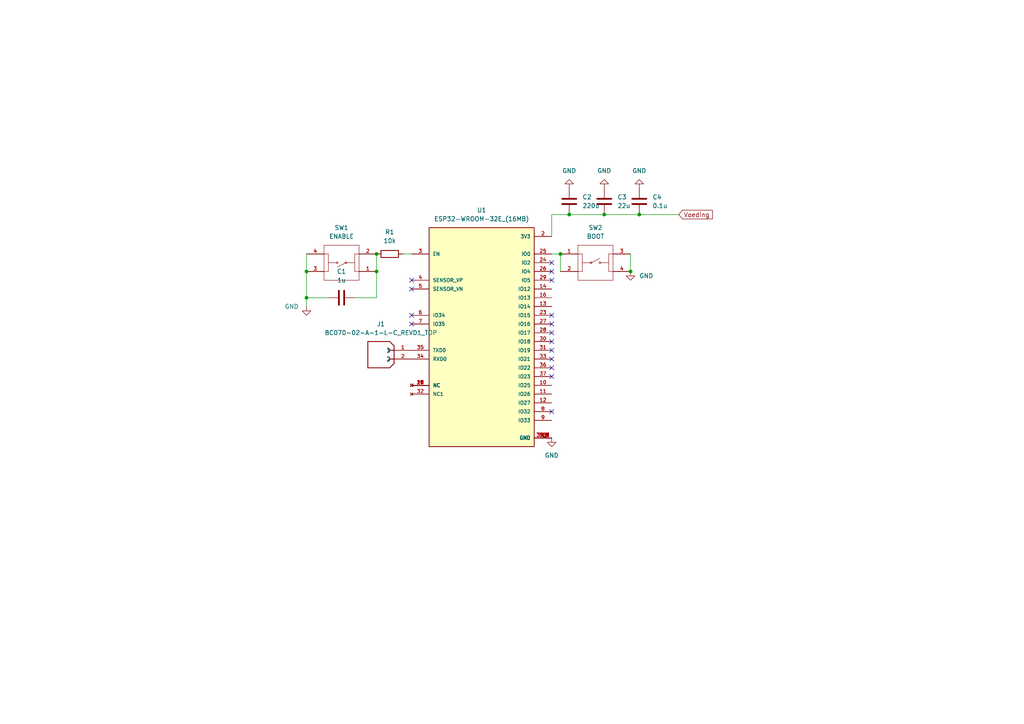
<source format=kicad_sch>
(kicad_sch (version 20211123) (generator eeschema)
  (paper "A4")
  (lib_symbols
    (symbol "1825910-6:1825910-6" (pin_names (offset 1.016) hide)
      (property "Reference" "SW" (at -5.08 5.842 0))
      (property "Value" "1825910-6" (at -5.08 -7.62 0))
      (symbol "1825910-6_0_0"
        (circle (center -1.27 0) (radius 0.254) (stroke (width 0.127)))
        (polyline (pts (xy -5.08 -5.08) (xy 5.08 -5.08)) (stroke (width 0.127)))
        (polyline (pts (xy -5.08 -2.54) (xy -5.08 -5.08)) (stroke (width 0.127)))
        (polyline (pts (xy -5.08 2.54) (xy -5.08 -2.54)) (stroke (width 0.127)))
        (polyline (pts (xy -5.08 2.54) (xy -3.81 2.54)) (stroke (width 0.127)))
        (polyline (pts (xy -5.08 5.08) (xy -5.08 2.54)) (stroke (width 0.127)))
        (polyline (pts (xy -5.08 5.08) (xy 5.08 5.08)) (stroke (width 0.127)))
        (polyline (pts (xy -3.81 -2.54) (xy -5.08 -2.54)) (stroke (width 0.127)))
        (polyline (pts (xy -3.81 0) (xy -3.81 -2.54)) (stroke (width 0.127)))
        (polyline (pts (xy -3.81 0) (xy -1.27 0)) (stroke (width 0.127)))
        (polyline (pts (xy -3.81 2.54) (xy -3.81 0)) (stroke (width 0.127)))
        (polyline (pts (xy -1.27 0) (xy 1.27 1.27)) (stroke (width 0.127)))
        (polyline (pts (xy 1.27 0) (xy 3.81 0)) (stroke (width 0.127)))
        (polyline (pts (xy 3.81 -2.54) (xy 5.08 -2.54)) (stroke (width 0.127)))
        (polyline (pts (xy 3.81 0) (xy 3.81 -2.54)) (stroke (width 0.127)))
        (polyline (pts (xy 3.81 0) (xy 3.81 2.54)) (stroke (width 0.127)))
        (polyline (pts (xy 3.81 2.54) (xy 5.08 2.54)) (stroke (width 0.127)))
        (polyline (pts (xy 5.08 -2.54) (xy 5.08 -5.08)) (stroke (width 0.127)))
        (polyline (pts (xy 5.08 2.54) (xy 5.08 -2.54)) (stroke (width 0.127)))
        (polyline (pts (xy 5.08 5.08) (xy 5.08 2.54)) (stroke (width 0.127)))
        (circle (center 1.27 0) (radius 0.254) (stroke (width 0.127)))
        (pin passive line (at -10.16 2.54 0) (length 5.08) (name "~") (number "1"))
        (pin passive line (at -10.16 -2.54 0) (length 5.08) (name "~") (number "2"))
        (pin passive line (at 10.16 2.54 180) (length 5.08) (name "~") (number "3"))
        (pin passive line (at 10.16 -2.54 180) (length 5.08) (name "~") (number "4"))
      )
    )
    (symbol "BC070-02-A-1-L-C_REVD1_TOP:BC070-02-A-1-L-C_REVD1_TOP" (pin_names (offset 1.016))
      (property "Reference" "J" (at -7.62 3.81 0))
      (property "Value" "BC070-02-A-1-L-C_REVD1_TOP" (at -7.62 -7.62 0))
      (symbol "BC070-02-A-1-L-C_REVD1_TOP_0_0"
        (arc (start -1.905 -3.175) (mid -1.27 -2.54) (end -1.905 -1.905) (stroke (width 0.254)))
        (arc (start -1.905 -0.635) (mid -1.27 0) (end -1.905 0.635) (stroke (width 0.254)))
        (polyline (pts (xy -7.62 -5.08) (xy -7.62 2.54)) (stroke (width 0.254)))
        (polyline (pts (xy -7.62 2.54) (xy -1.27 2.54)) (stroke (width 0.254)))
        (polyline (pts (xy -1.27 -5.08) (xy -7.62 -5.08)) (stroke (width 0.254)))
        (polyline (pts (xy 0 -3.81) (xy -1.27 -5.08)) (stroke (width 0.254)))
        (polyline (pts (xy 0 -2.54) (xy -1.27 -2.54)) (stroke (width 0.254)))
        (polyline (pts (xy 0 0) (xy -1.27 0)) (stroke (width 0.254)))
        (polyline (pts (xy 0 0) (xy 0 -3.81)) (stroke (width 0.254)))
        (polyline (pts (xy 0 1.27) (xy -1.27 2.54)) (stroke (width 0.254)))
        (polyline (pts (xy 0 1.27) (xy 0 0)) (stroke (width 0.254)))
        (pin passive line (at 5.08 0 180) (length 5.08) (name "1") (number "1"))
        (pin passive line (at 5.08 -2.54 180) (length 5.08) (name "2") (number "2"))
      )
    )
    (symbol "Device:C" (pin_numbers hide) (pin_names (offset 0.254))
      (property "Reference" "C" (at 0.635 2.54 0))
      (property "Value" "C" (at 0.635 -2.54 0))
      (symbol "C_0_1"
        (polyline (pts (xy -2.032 -0.762) (xy 2.032 -0.762)) (stroke (width 0.508)))
        (polyline (pts (xy -2.032 0.762) (xy 2.032 0.762)) (stroke (width 0.508)))
      )
      (symbol "C_1_1"
        (pin passive line (at 0 3.81 270) (length 2.794) (name "~") (number "1"))
        (pin passive line (at 0 -3.81 90) (length 2.794) (name "~") (number "2"))
      )
    )
    (symbol "Device:R" (pin_numbers hide) (pin_names (offset 0))
      (property "Reference" "R" (at 2.032 0 90))
      (property "Value" "R" (at 0 0 90))
      (symbol "R_0_1"
        (rectangle (start -1.016 -2.54) (end 1.016 2.54) (stroke (width 0.254)))
      )
      (symbol "R_1_1"
        (pin passive line (at 0 3.81 270) (length 1.27) (name "~") (number "1"))
        (pin passive line (at 0 -3.81 90) (length 1.27) (name "~") (number "2"))
      )
    )
    (symbol "ESP32-WROOM-32E__16MB_:ESP32-WROOM-32E_(16MB)" (pin_names (offset 1.016))
      (property "Reference" "U" (at -15.24 33.909 0))
      (property "Value" "ESP32-WROOM-32E_(16MB)" (at -15.24 -33.02 0))
      (symbol "ESP32-WROOM-32E_(16MB)_0_0"
        (rectangle (start -15.24 -30.48) (end 15.24 33.02) (stroke (width 0.254)) (fill (type background)))
        (pin power_in line (at 20.32 -27.94 180) (length 5.08) (name "GND") (number "1"))
        (pin bidirectional line (at 20.32 -12.7 180) (length 5.08) (name "IO25") (number "10"))
        (pin bidirectional line (at 20.32 -15.24 180) (length 5.08) (name "IO26") (number "11"))
        (pin bidirectional line (at 20.32 -17.78 180) (length 5.08) (name "IO27") (number "12"))
        (pin bidirectional line (at 20.32 10.16 180) (length 5.08) (name "IO14") (number "13"))
        (pin bidirectional line (at 20.32 15.24 180) (length 5.08) (name "IO12") (number "14"))
        (pin power_in line (at 20.32 -27.94 180) (length 5.08) (name "GND") (number "15"))
        (pin bidirectional line (at 20.32 12.7 180) (length 5.08) (name "IO13") (number "16"))
        (pin no_connect line (at -20.32 -12.7 0) (length 5.08) (name "NC") (number "17"))
        (pin no_connect line (at -20.32 -12.7 0) (length 5.08) (name "NC") (number "18"))
        (pin no_connect line (at -20.32 -12.7 0) (length 5.08) (name "NC") (number "19"))
        (pin power_in line (at 20.32 30.48 180) (length 5.08) (name "3V3") (number "2"))
        (pin no_connect line (at -20.32 -12.7 0) (length 5.08) (name "NC") (number "20"))
        (pin no_connect line (at -20.32 -12.7 0) (length 5.08) (name "NC") (number "21"))
        (pin no_connect line (at -20.32 -12.7 0) (length 5.08) (name "NC") (number "22"))
        (pin bidirectional line (at 20.32 7.62 180) (length 5.08) (name "IO15") (number "23"))
        (pin bidirectional line (at 20.32 22.86 180) (length 5.08) (name "IO2") (number "24"))
        (pin bidirectional line (at 20.32 25.4 180) (length 5.08) (name "IO0") (number "25"))
        (pin bidirectional line (at 20.32 20.32 180) (length 5.08) (name "IO4") (number "26"))
        (pin bidirectional line (at 20.32 5.08 180) (length 5.08) (name "IO16") (number "27"))
        (pin bidirectional line (at 20.32 2.54 180) (length 5.08) (name "IO17") (number "28"))
        (pin bidirectional line (at 20.32 17.78 180) (length 5.08) (name "IO5") (number "29"))
        (pin input line (at -20.32 25.4 0) (length 5.08) (name "EN") (number "3"))
        (pin bidirectional line (at 20.32 0 180) (length 5.08) (name "IO18") (number "30"))
        (pin bidirectional line (at 20.32 -2.54 180) (length 5.08) (name "IO19") (number "31"))
        (pin no_connect line (at -20.32 -15.24 0) (length 5.08) (name "NC1") (number "32"))
        (pin bidirectional line (at 20.32 -5.08 180) (length 5.08) (name "IO21") (number "33"))
        (pin bidirectional line (at -20.32 -5.08 0) (length 5.08) (name "RXD0") (number "34"))
        (pin bidirectional line (at -20.32 -2.54 0) (length 5.08) (name "TXD0") (number "35"))
        (pin bidirectional line (at 20.32 -7.62 180) (length 5.08) (name "IO22") (number "36"))
        (pin bidirectional line (at 20.32 -10.16 180) (length 5.08) (name "IO23") (number "37"))
        (pin power_in line (at 20.32 -27.94 180) (length 5.08) (name "GND") (number "38"))
        (pin power_in line (at 20.32 -27.94 180) (length 5.08) (name "GND") (number "39_1"))
        (pin power_in line (at 20.32 -27.94 180) (length 5.08) (name "GND") (number "39_2"))
        (pin power_in line (at 20.32 -27.94 180) (length 5.08) (name "GND") (number "39_3"))
        (pin power_in line (at 20.32 -27.94 180) (length 5.08) (name "GND") (number "39_4"))
        (pin power_in line (at 20.32 -27.94 180) (length 5.08) (name "GND") (number "39_5"))
        (pin power_in line (at 20.32 -27.94 180) (length 5.08) (name "GND") (number "39_6"))
        (pin power_in line (at 20.32 -27.94 180) (length 5.08) (name "GND") (number "39_7"))
        (pin power_in line (at 20.32 -27.94 180) (length 5.08) (name "GND") (number "39_8"))
        (pin power_in line (at 20.32 -27.94 180) (length 5.08) (name "GND") (number "39_9"))
        (pin input line (at -20.32 17.78 0) (length 5.08) (name "SENSOR_VP") (number "4"))
        (pin input line (at -20.32 15.24 0) (length 5.08) (name "SENSOR_VN") (number "5"))
        (pin input line (at -20.32 7.62 0) (length 5.08) (name "IO34") (number "6"))
        (pin input line (at -20.32 5.08 0) (length 5.08) (name "IO35") (number "7"))
        (pin bidirectional line (at 20.32 -20.32 180) (length 5.08) (name "IO32") (number "8"))
        (pin bidirectional line (at 20.32 -22.86 180) (length 5.08) (name "IO33") (number "9"))
      )
    )
    (symbol "power:GND" (power) (pin_names (offset 0))
      (property "Value" "GND" (at 0 -3.81 0))
      (symbol "GND_0_1"
        (polyline (pts (xy 0 0) (xy 0 -1.27) (xy 1.27 -1.27) (xy 0 -2.54) (xy -1.27 -1.27) (xy 0 -1.27)))
      )
      (symbol "GND_1_1"
        (pin power_in line (at 0 0 270) (length 0) hide (name "GND") (number "1"))
      )
    )
  )
  (junction (at 88.9 86.36))
  (junction (at 109.22 73.66))
  (junction (at 109.22 78.74))
  (junction (at 162.56 73.66))
  (junction (at 182.88 78.74))
  (junction (at 88.9 78.74))
  (junction (at 165.1 62.23))
  (junction (at 185.42 62.23))
  (junction (at 175.26 62.23))
  (no_connect (at 119.38 93.98))
  (no_connect (at 160.02 104.14))
  (no_connect (at 160.02 109.22))
  (no_connect (at 119.38 83.82))
  (no_connect (at 119.38 91.44))
  (no_connect (at 119.38 81.28))
  (no_connect (at 160.02 99.06))
  (no_connect (at 160.02 96.52))
  (no_connect (at 160.02 78.74))
  (no_connect (at 160.02 106.68))
  (no_connect (at 160.02 81.28))
  (no_connect (at 160.02 101.6))
  (no_connect (at 160.02 119.38))
  (no_connect (at 160.02 76.2))
  (no_connect (at 160.02 91.44))
  (no_connect (at 160.02 93.98))
  (wire (pts (xy 102.87 86.36) (xy 109.22 86.36)))
  (wire (pts (xy 160.02 62.23) (xy 165.1 62.23)))
  (wire (pts (xy 165.1 62.23) (xy 175.26 62.23)))
  (wire (pts (xy 88.9 86.36) (xy 88.9 88.9)))
  (wire (pts (xy 88.9 78.74) (xy 88.9 73.66)))
  (wire (pts (xy 196.85 62.23) (xy 185.42 62.23)))
  (wire (pts (xy 160.02 62.23) (xy 160.02 68.58)))
  (wire (pts (xy 175.26 62.23) (xy 185.42 62.23)))
  (wire (pts (xy 88.9 78.74) (xy 88.9 86.36)))
  (wire (pts (xy 109.22 86.36) (xy 109.22 78.74)))
  (wire (pts (xy 88.9 86.36) (xy 95.25 86.36)))
  (wire (pts (xy 162.56 73.66) (xy 160.02 73.66)))
  (wire (pts (xy 109.22 78.74) (xy 109.22 73.66)))
  (wire (pts (xy 116.84 73.66) (xy 119.38 73.66)))
  (wire (pts (xy 162.56 73.66) (xy 162.56 78.74)))
  (wire (pts (xy 182.88 73.66) (xy 182.88 78.74)))
  (global_label "Voeding" (shape input) (at 196.85 62.23 0) (property "Intersheet References" "${INTERSHEET_REFS}" (effects hide)))
  (symbol (lib_id "power:GND") (at 160.02 127 0) (unit 1)
    (property "Reference" "#PWR0102" (effects hide))
    (property "Value" "GND" (at 160.02 132.08 0))
  )
  (symbol (lib_id "power:GND") (at 175.26 54.61 180) (unit 1)
    (property "Reference" "#PWR0104" (effects hide))
    (property "Value" "GND" (at 175.26 49.53 0))
  )
  (symbol (lib_id "power:GND") (at 182.88 78.74 0) (unit 1)
    (property "Reference" "#PWR0105" (effects hide))
    (property "Value" "GND" (at 185.42 80.0099 0) (effects (justify left)))
  )
  (symbol (lib_id "power:GND") (at 165.1 54.61 180) (unit 1)
    (property "Reference" "#PWR0103" (effects hide))
    (property "Value" "GND" (at 165.1 49.53 0))
  )
  (symbol (lib_id "power:GND") (at 185.42 54.61 180) (unit 1)
    (property "Reference" "#PWR0106" (effects hide))
    (property "Value" "GND" (at 185.42 49.53 0))
  )
  (symbol (lib_id "Device:C") (at 165.1 58.42 180) (unit 1)
    (property "Reference" "C2" (at 168.91 57.1499 0) (effects (justify right)))
    (property "Value" "220u" (at 168.91 59.6899 0) (effects (justify right)))
    (property "Footprint" "Capacitor_SMD:C_0805_2012Metric" (effects hide))
  )
  (symbol (lib_id "Device:C") (at 99.06 86.36 90) (unit 1)
    (property "Reference" "C1" (at 99.06 78.74 90))
    (property "Value" "1u" (at 99.06 81.28 90))
    (property "Footprint" "Capacitor_SMD:C_0805_2012Metric" (effects hide))
  )
  (symbol (lib_id "Device:C") (at 175.26 58.42 180) (unit 1)
    (property "Reference" "C3" (at 179.07 57.1499 0) (effects (justify right)))
    (property "Value" "22u" (at 179.07 59.6899 0) (effects (justify right)))
    (property "Footprint" "Capacitor_SMD:C_0805_2012Metric" (effects hide))
  )
  (symbol (lib_id "Device:R") (at 113.03 73.66 90) (unit 1)
    (property "Reference" "R1" (at 113.03 67.31 90))
    (property "Value" "10k" (at 113.03 69.85 90))
    (property "Footprint" "libraries:RESC6332X65N" (effects hide))
  )
  (symbol (lib_id "power:GND") (at 88.9 88.9 0) (unit 1)
    (property "Reference" "#PWR0101" (effects hide))
    (property "Value" "GND" (at 82.55 88.9 0) (effects (justify left)))
  )
  (symbol (lib_id "Device:C") (at 185.42 58.42 180) (unit 1)
    (property "Reference" "C4" (at 189.23 57.1499 0) (effects (justify right)))
    (property "Value" "0.1u" (at 189.23 59.69 0) (effects (justify right)))
    (property "Footprint" "Capacitor_SMD:C_0805_2012Metric" (effects hide))
  )
  (symbol (lib_id "1825910-6:1825910-6") (at 99.06 76.2 180) (unit 1)
    (property "Reference" "SW1" (at 99.06 66.04 0))
    (property "Value" "ENABLE" (at 99.06 68.58 0))
    (property "Footprint" "libraries:SW_1825910-6-4" (effects hide))
    (property "Comment" "1825910-6" (effects hide))
  )
  (symbol (lib_id "1825910-6:1825910-6") (at 172.72 76.2 0) (unit 1)
    (property "Reference" "SW2" (at 172.72 66.04 0))
    (property "Value" "BOOT" (at 172.72 68.58 0))
    (property "Footprint" "libraries:SW_1825910-6-4" (effects hide))
    (property "Comment" "1825910-6" (effects hide))
  )
  (symbol (lib_id "BC070-02-A-1-L-C_REVD1_TOP:BC070-02-A-1-L-C_REVD1_TOP") (at 114.3 101.6 0) (unit 1)
    (property "Reference" "J1" (at 110.49 93.98 0))
    (property "Value" "BC070-02-A-1-L-C_REVD1_TOP" (at 110.49 96.52 0))
    (property "Footprint" "libraries:GCT_BC070-02-A-1-L-C_REVD1_TOP" (effects hide))
    (property "PARTREV" "D1" (effects hide))
    (property "MAXIMUM_PACKAGE_HEIGHT" "2.5mm" (effects hide))
    (property "MANUFACTURER" "GCT" (effects hide))
    (property "STANDARD" "Manufacturer Recommendation" (effects hide))
  )
  (symbol (lib_id "ESP32-WROOM-32E__16MB_:ESP32-WROOM-32E_(16MB)") (at 139.7 99.06 0) (unit 1)
    (property "Reference" "U1" (at 139.7 60.96 0))
    (property "Value" "ESP32-WROOM-32E_(16MB)" (at 139.7 63.5 0))
    (property "Footprint" "libraries:XCVR_ESP32-WROOM-32E_(16MB)" (effects hide))
    (property "PARTREV" "1.4" (effects hide))
    (property "STANDARD" "Manufacturer Recommendations" (effects hide))
    (property "MAXIMUM_PACKAGE_HEIGHT" "3.25mm" (effects hide))
    (property "MANUFACTURER" "Espressif Systems" (effects hide))
  )
)
</source>
